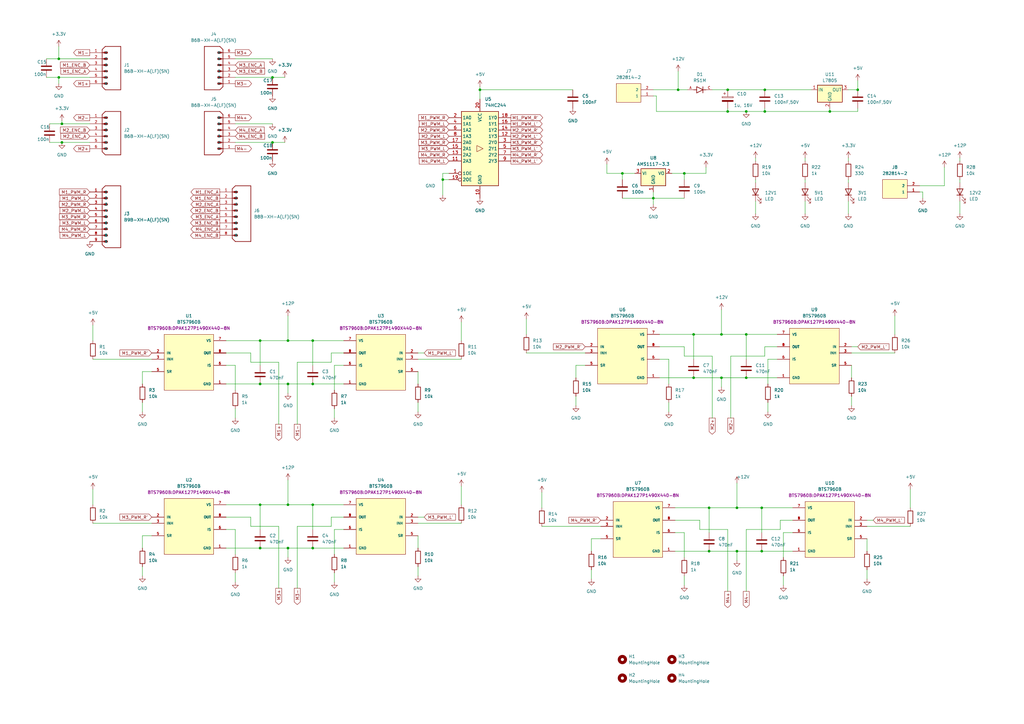
<source format=kicad_sch>
(kicad_sch (version 20230121) (generator eeschema)
  (paper "A3")
  (lib_symbols
    (symbol "282814-2:282814-2" (pin_names (offset 1.016))
      (property "Reference" "J" (at -5.08 5.842 0))
      (property "Value" "282814-2" (at -5.08 -5.08 0))
      (symbol "282814-2_0_0"
        (pin passive line (at -10.16 2.54 0) (length 5.08) (name "1") (number "1"))
        (pin passive line (at -10.16 0 0) (length 5.08) (name "2") (number "2"))
      )
    )
    (symbol "74xx:74HC244"
      (property "Reference" "U" (at -7.62 16.51 0))
      (property "Value" "74HC244" (at -7.62 -16.51 0))
      (symbol "74HC244_1_0"
        (pin input inverted (at -12.7 -10.16 0) (length 5.08) (name "1OE") (number "1"))
        (pin power_in line (at 0 -20.32 90) (length 5.08) (name "GND") (number "10"))
        (pin input line (at -12.7 -5.08 0) (length 5.08) (name "2A3") (number "11"))
        (pin tri_state line (at 12.7 5.08 180) (length 5.08) (name "1Y3") (number "12"))
        (pin input line (at -12.7 -2.54 0) (length 5.08) (name "2A2") (number "13"))
        (pin tri_state line (at 12.7 7.62 180) (length 5.08) (name "1Y2") (number "14"))
        (pin input line (at -12.7 0 0) (length 5.08) (name "2A1") (number "15"))
        (pin tri_state line (at 12.7 10.16 180) (length 5.08) (name "1Y1") (number "16"))
        (pin input line (at -12.7 2.54 0) (length 5.08) (name "2A0") (number "17"))
        (pin tri_state line (at 12.7 12.7 180) (length 5.08) (name "1Y0") (number "18"))
        (pin input inverted (at -12.7 -12.7 0) (length 5.08) (name "2OE") (number "19"))
        (pin input line (at -12.7 12.7 0) (length 5.08) (name "1A0") (number "2"))
        (pin power_in line (at 0 20.32 270) (length 5.08) (name "VCC") (number "20"))
        (pin tri_state line (at 12.7 2.54 180) (length 5.08) (name "2Y0") (number "3"))
        (pin input line (at -12.7 10.16 0) (length 5.08) (name "1A1") (number "4"))
        (pin tri_state line (at 12.7 0 180) (length 5.08) (name "2Y1") (number "5"))
        (pin input line (at -12.7 7.62 0) (length 5.08) (name "1A2") (number "6"))
        (pin tri_state line (at 12.7 -2.54 180) (length 5.08) (name "2Y2") (number "7"))
        (pin input line (at -12.7 5.08 0) (length 5.08) (name "1A3") (number "8"))
        (pin tri_state line (at 12.7 -5.08 180) (length 5.08) (name "2Y3") (number "9"))
      )
    )
    (symbol "B6B-XH-A_LF__SN_:B6B-XH-A(LF)(SN)" (pin_names (offset 1.016))
      (property "Reference" "J" (at 0 11.43 0))
      (property "Value" "B6B-XH-A(LF)(SN)" (at 0 -10.16 0))
      (symbol "B6B-XH-A(LF)(SN)_0_0"
        (pin passive line (at -5.08 7.62 0) (length 5.08) (name "1") (number "1"))
        (pin passive line (at -5.08 5.08 0) (length 5.08) (name "2") (number "2"))
        (pin passive line (at -5.08 2.54 0) (length 5.08) (name "3") (number "3"))
        (pin passive line (at -5.08 0 0) (length 5.08) (name "4") (number "4"))
        (pin passive line (at -5.08 -2.54 0) (length 5.08) (name "5") (number "5"))
        (pin passive line (at -5.08 -5.08 0) (length 5.08) (name "6") (number "6"))
      )
    )
    (symbol "B8B-XH-A_LF__SN_:B8B-XH-A(LF)(SN)" (pin_names (offset 1.016))
      (property "Reference" "J" (at 0 13.97 0))
      (property "Value" "B8B-XH-A(LF)(SN)" (at 0 -12.7 0))
      (symbol "B8B-XH-A(LF)(SN)_0_0"
        (pin passive line (at -5.08 10.16 0) (length 5.08) (name "1") (number "1"))
        (pin passive line (at -5.08 7.62 0) (length 5.08) (name "2") (number "2"))
        (pin passive line (at -5.08 5.08 0) (length 5.08) (name "3") (number "3"))
        (pin passive line (at -5.08 2.54 0) (length 5.08) (name "4") (number "4"))
        (pin passive line (at -5.08 0 0) (length 5.08) (name "5") (number "5"))
        (pin passive line (at -5.08 -2.54 0) (length 5.08) (name "6") (number "6"))
        (pin passive line (at -5.08 -5.08 0) (length 5.08) (name "7") (number "7"))
        (pin passive line (at -5.08 -7.62 0) (length 5.08) (name "8") (number "8"))
      )
    )
    (symbol "B9B-XH-A_LF__SN_:B9B-XH-A(LF)(SN)" (pin_names (offset 1.016))
      (property "Reference" "J" (at 0 13.97 0))
      (property "Value" "B9B-XH-A(LF)(SN)" (at 0 -15.24 0))
      (symbol "B9B-XH-A(LF)(SN)_0_0"
        (pin passive line (at -5.08 10.16 0) (length 5.08) (name "1") (number "1"))
        (pin passive line (at -5.08 7.62 0) (length 5.08) (name "2") (number "2"))
        (pin passive line (at -5.08 5.08 0) (length 5.08) (name "3") (number "3"))
        (pin passive line (at -5.08 2.54 0) (length 5.08) (name "4") (number "4"))
        (pin passive line (at -5.08 0 0) (length 5.08) (name "5") (number "5"))
        (pin passive line (at -5.08 -2.54 0) (length 5.08) (name "6") (number "6"))
        (pin passive line (at -5.08 -5.08 0) (length 5.08) (name "7") (number "7"))
        (pin passive line (at -5.08 -7.62 0) (length 5.08) (name "8") (number "8"))
        (pin passive line (at -5.08 -10.16 0) (length 5.08) (name "9") (number "9"))
      )
    )
    (symbol "BTS7960B:BTS7960B" (pin_names (offset 1.016))
      (property "Reference" "U" (at -10.16 10.922 0))
      (property "Value" "BTS7960B" (at -10.16 -15.24 0))
      (property "Footprint" "BTS7960B:DPAK127P1490X440-8N" (at 0 0 0))
      (symbol "BTS7960B_0_0"
        (pin power_in line (at 15.24 -10.16 180) (length 5.08) (name "GND") (number "1"))
        (pin input line (at -15.24 2.54 0) (length 5.08) (name "IN") (number "2"))
        (pin input line (at -15.24 0 0) (length 5.08) (name "INH") (number "3"))
        (pin output line (at 15.24 2.54 180) (length 5.08) (name "OUT") (number "4"))
        (pin input line (at -15.24 -5.08 0) (length 5.08) (name "SR") (number "5"))
        (pin output line (at 15.24 -2.54 180) (length 5.08) (name "IS") (number "6"))
        (pin power_in line (at 15.24 7.62 180) (length 5.08) (name "VS") (number "7"))
        (pin output line (at 15.24 2.54 180) (length 5.08) (name "OUT") (number "8"))
      )
    )
    (symbol "Device:C" (pin_numbers hide) (pin_names (offset 0.254))
      (property "Reference" "C" (at 0.635 2.54 0))
      (property "Value" "C" (at 0.635 -2.54 0))
      (symbol "C_1_1"
        (pin passive line (at 0 3.81 270) (length 2.794) (name "~") (number "1"))
        (pin passive line (at 0 -3.81 90) (length 2.794) (name "~") (number "2"))
      )
    )
    (symbol "Device:C_Polarized" (pin_numbers hide) (pin_names (offset 0.254))
      (property "Reference" "C" (at 0.635 2.54 0))
      (property "Value" "C_Polarized" (at 0.635 -2.54 0))
      (symbol "C_Polarized_1_1"
        (pin passive line (at 0 3.81 270) (length 2.794) (name "~") (number "1"))
        (pin passive line (at 0 -3.81 90) (length 2.794) (name "~") (number "2"))
      )
    )
    (symbol "Device:LED" (pin_numbers hide) (pin_names (offset 1.016) hide)
      (property "Reference" "D" (at 0 2.54 0))
      (property "Value" "LED" (at 0 -2.54 0))
      (symbol "LED_1_1"
        (pin passive line (at -3.81 0 0) (length 2.54) (name "K") (number "1"))
        (pin passive line (at 3.81 0 180) (length 2.54) (name "A") (number "2"))
      )
    )
    (symbol "Device:R" (pin_numbers hide) (pin_names (offset 0))
      (property "Reference" "R" (at 2.032 0 90))
      (property "Value" "R" (at 0 0 90))
      (symbol "R_1_1"
        (pin passive line (at 0 3.81 270) (length 1.27) (name "~") (number "1"))
        (pin passive line (at 0 -3.81 90) (length 1.27) (name "~") (number "2"))
      )
    )
    (symbol "Mechanical:MountingHole" (pin_names (offset 1.016))
      (property "Reference" "H" (at 0 5.08 0))
      (property "Value" "MountingHole" (at 0 3.175 0))
    )
    (symbol "RS1M:RS1M" (pin_names (offset 1.016))
      (property "Reference" "D" (at -5.08 2.54 0))
      (property "Value" "RS1M" (at -5.08 -3.81 0))
      (symbol "RS1M_0_0"
        (pin passive line (at -5.08 0 0) (length 2.54) (name "~") (number "A"))
        (pin passive line (at 5.08 0 180) (length 2.54) (name "~") (number "C"))
      )
    )
    (symbol "Regulator_Linear:AMS1117-3.3"
      (property "Reference" "U" (at -3.81 3.175 0))
      (property "Value" "AMS1117-3.3" (at 0 3.175 0))
      (symbol "AMS1117-3.3_1_1"
        (pin power_in line (at 0 -7.62 90) (length 2.54) (name "GND") (number "1"))
        (pin power_out line (at 7.62 0 180) (length 2.54) (name "VO") (number "2"))
        (pin power_in line (at -7.62 0 0) (length 2.54) (name "VI") (number "3"))
      )
    )
    (symbol "Regulator_Linear:L7805" (pin_names (offset 0.254))
      (property "Reference" "U" (at -3.81 3.175 0))
      (property "Value" "L7805" (at 0 3.175 0))
      (symbol "L7805_1_1"
        (pin power_in line (at -7.62 0 0) (length 2.54) (name "IN") (number "1"))
        (pin power_in line (at 0 -7.62 90) (length 2.54) (name "GND") (number "2"))
        (pin power_out line (at 7.62 0 180) (length 2.54) (name "OUT") (number "3"))
      )
    )
    (symbol "power:+12P" (power) (pin_names (offset 0))
      (property "Value" "+12P" (at 0 3.556 0))
      (symbol "+12P_1_1"
        (pin power_in line (at 0 0 90) (length 0) hide (name "+12P") (number "1"))
      )
    )
    (symbol "power:+12V" (power) (pin_names (offset 0))
      (property "Value" "+12V" (at 0 3.556 0))
      (symbol "+12V_1_1"
        (pin power_in line (at 0 0 90) (length 0) hide (name "+12V") (number "1"))
      )
    )
    (symbol "power:+3.3V" (power) (pin_names (offset 0))
      (property "Value" "+3.3V" (at 0 3.556 0))
      (symbol "+3.3V_1_1"
        (pin power_in line (at 0 0 90) (length 0) hide (name "+3.3V") (number "1"))
      )
    )
    (symbol "power:+5V" (power) (pin_names (offset 0))
      (property "Value" "+5V" (at 0 3.556 0))
      (symbol "+5V_1_1"
        (pin power_in line (at 0 0 90) (length 0) hide (name "+5V") (number "1"))
      )
    )
    (symbol "power:GND" (power) (pin_names (offset 0))
      (property "Value" "GND" (at 0 -3.81 0))
      (symbol "GND_1_1"
        (pin power_in line (at 0 0 270) (length 0) hide (name "GND") (number "1"))
      )
    )
  )
  (junction (at 24.13 24.13))
  (junction (at 284.48 137.16))
  (junction (at 298.45 45.72))
  (junction (at 128.27 157.48))
  (junction (at 118.11 207.01))
  (junction (at 255.27 71.12))
  (junction (at 298.45 36.83))
  (junction (at 106.68 139.7))
  (junction (at 118.11 157.48))
  (junction (at 181.61 73.66))
  (junction (at 111.76 31.75))
  (junction (at 302.26 208.28))
  (junction (at 128.27 224.79))
  (junction (at 118.11 139.7))
  (junction (at 290.83 226.06))
  (junction (at 25.4 50.8))
  (junction (at 111.76 58.42))
  (junction (at 312.42 226.06))
  (junction (at 340.36 45.72))
  (junction (at 24.13 31.75))
  (junction (at 302.26 226.06))
  (junction (at 306.07 154.94))
  (junction (at 295.91 154.94))
  (junction (at 312.42 208.28))
  (junction (at 313.69 45.72))
  (junction (at 306.07 137.16))
  (junction (at 106.68 207.01))
  (junction (at 306.07 45.72))
  (junction (at 118.11 224.79))
  (junction (at 351.79 36.83))
  (junction (at 196.85 36.83))
  (junction (at 280.67 71.12))
  (junction (at 284.48 154.94))
  (junction (at 313.69 36.83))
  (junction (at 128.27 139.7))
  (junction (at 278.13 36.83))
  (junction (at 295.91 137.16))
  (junction (at 106.68 157.48))
  (junction (at 290.83 208.28))
  (junction (at 128.27 207.01))
  (junction (at 25.4 58.42))
  (junction (at 106.68 224.79))
  (junction (at 267.97 81.28))
  (wire (pts (xy 92.71 224.79) (xy 106.68 224.79)))
  (wire (pts (xy 137.16 234.95) (xy 137.16 238.76)))
  (wire (pts (xy 349.25 144.78) (xy 367.03 144.78)))
  (wire (pts (xy 299.72 146.05) (xy 313.69 146.05)))
  (wire (pts (xy 222.25 215.9) (xy 246.38 215.9)))
  (wire (pts (xy 302.26 198.12) (xy 302.26 208.28)))
  (wire (pts (xy 128.27 224.79) (xy 140.97 224.79)))
  (wire (pts (xy 393.7 64.77) (xy 393.7 66.04)))
  (wire (pts (xy 355.6 215.9) (xy 373.38 215.9)))
  (wire (pts (xy 171.45 144.78) (xy 173.99 144.78)))
  (wire (pts (xy 128.27 139.7) (xy 140.97 139.7)))
  (wire (pts (xy 38.1 133.35) (xy 38.1 139.7)))
  (wire (pts (xy 96.52 149.86) (xy 92.71 149.86)))
  (wire (pts (xy 313.69 146.05) (xy 313.69 142.24)))
  (wire (pts (xy 140.97 149.86) (xy 137.16 149.86)))
  (wire (pts (xy 96.52 234.95) (xy 96.52 238.76)))
  (wire (pts (xy 321.31 236.22) (xy 321.31 240.03)))
  (wire (pts (xy 292.1 36.83) (xy 298.45 36.83)))
  (wire (pts (xy 118.11 157.48) (xy 118.11 161.29)))
  (wire (pts (xy 96.52 217.17) (xy 96.52 227.33)))
  (wire (pts (xy 189.23 132.08) (xy 189.23 139.7)))
  (wire (pts (xy 267.97 81.28) (xy 267.97 83.82)))
  (wire (pts (xy 20.32 50.8) (xy 25.4 50.8)))
  (wire (pts (xy 236.22 154.94) (xy 236.22 149.86)))
  (wire (pts (xy 306.07 137.16) (xy 306.07 147.32)))
  (wire (pts (xy 280.67 218.44) (xy 276.86 218.44)))
  (wire (pts (xy 312.42 226.06) (xy 325.12 226.06)))
  (wire (pts (xy 347.98 64.77) (xy 347.98 66.04)))
  (wire (pts (xy 313.69 44.45) (xy 313.69 45.72)))
  (wire (pts (xy 393.7 73.66) (xy 393.7 74.93)))
  (wire (pts (xy 111.76 31.75) (xy 96.52 31.75)))
  (wire (pts (xy 302.26 226.06) (xy 312.42 226.06)))
  (wire (pts (xy 313.69 36.83) (xy 332.74 36.83)))
  (wire (pts (xy 96.52 167.64) (xy 96.52 171.45)))
  (wire (pts (xy 270.51 154.94) (xy 284.48 154.94)))
  (wire (pts (xy 355.6 226.06) (xy 355.6 220.98)))
  (wire (pts (xy 106.68 207.01) (xy 106.68 217.17)))
  (wire (pts (xy 306.07 154.94) (xy 318.77 154.94)))
  (wire (pts (xy 128.27 207.01) (xy 140.97 207.01)))
  (wire (pts (xy 171.45 224.79) (xy 171.45 219.71)))
  (wire (pts (xy 330.2 82.55) (xy 330.2 87.63)))
  (wire (pts (xy 118.11 196.85) (xy 118.11 207.01)))
  (wire (pts (xy 121.92 241.3) (xy 121.92 215.9)))
  (wire (pts (xy 171.45 232.41) (xy 171.45 236.22)))
  (wire (pts (xy 378.46 78.74) (xy 378.46 81.28)))
  (wire (pts (xy 287.02 217.17) (xy 298.45 217.17)))
  (wire (pts (xy 309.88 73.66) (xy 309.88 74.93)))
  (wire (pts (xy 135.89 144.78) (xy 140.97 144.78)))
  (wire (pts (xy 135.89 148.59) (xy 135.89 144.78)))
  (wire (pts (xy 274.32 147.32) (xy 270.51 147.32)))
  (wire (pts (xy 25.4 50.8) (xy 36.83 50.8)))
  (wire (pts (xy 276.86 226.06) (xy 290.83 226.06)))
  (wire (pts (xy 114.3 241.3) (xy 114.3 215.9)))
  (wire (pts (xy 118.11 129.54) (xy 118.11 139.7)))
  (wire (pts (xy 276.86 208.28) (xy 290.83 208.28)))
  (wire (pts (xy 106.68 207.01) (xy 118.11 207.01)))
  (wire (pts (xy 102.87 215.9) (xy 114.3 215.9)))
  (wire (pts (xy 280.67 236.22) (xy 280.67 240.03)))
  (wire (pts (xy 280.67 71.12) (xy 280.67 73.66)))
  (wire (pts (xy 299.72 171.45) (xy 299.72 146.05)))
  (wire (pts (xy 128.27 157.48) (xy 140.97 157.48)))
  (wire (pts (xy 269.24 39.37) (xy 269.24 45.72)))
  (wire (pts (xy 19.05 31.75) (xy 24.13 31.75)))
  (wire (pts (xy 287.02 213.36) (xy 287.02 217.17)))
  (wire (pts (xy 137.16 167.64) (xy 137.16 171.45)))
  (wire (pts (xy 306.07 137.16) (xy 318.77 137.16)))
  (wire (pts (xy 349.25 142.24) (xy 351.79 142.24)))
  (wire (pts (xy 181.61 73.66) (xy 181.61 80.01)))
  (wire (pts (xy 121.92 173.99) (xy 121.92 148.59)))
  (wire (pts (xy 275.59 71.12) (xy 280.67 71.12)))
  (wire (pts (xy 118.11 157.48) (xy 128.27 157.48)))
  (wire (pts (xy 121.92 148.59) (xy 135.89 148.59)))
  (wire (pts (xy 24.13 19.05) (xy 24.13 24.13)))
  (wire (pts (xy 320.04 217.17) (xy 320.04 213.36)))
  (wire (pts (xy 289.56 71.12) (xy 280.67 71.12)))
  (wire (pts (xy 298.45 36.83) (xy 313.69 36.83)))
  (wire (pts (xy 196.85 35.56) (xy 196.85 36.83)))
  (wire (pts (xy 116.84 58.42) (xy 111.76 58.42)))
  (wire (pts (xy 118.11 207.01) (xy 128.27 207.01)))
  (wire (pts (xy 269.24 45.72) (xy 298.45 45.72)))
  (wire (pts (xy 106.68 139.7) (xy 118.11 139.7)))
  (wire (pts (xy 118.11 224.79) (xy 118.11 228.6)))
  (wire (pts (xy 295.91 137.16) (xy 306.07 137.16)))
  (wire (pts (xy 222.25 201.93) (xy 222.25 208.28)))
  (wire (pts (xy 24.13 31.75) (xy 36.83 31.75)))
  (wire (pts (xy 236.22 149.86) (xy 240.03 149.86)))
  (wire (pts (xy 295.91 127) (xy 295.91 137.16)))
  (wire (pts (xy 290.83 226.06) (xy 302.26 226.06)))
  (wire (pts (xy 314.96 165.1) (xy 314.96 168.91)))
  (wire (pts (xy 312.42 208.28) (xy 325.12 208.28)))
  (wire (pts (xy 278.13 29.21) (xy 278.13 36.83)))
  (wire (pts (xy 58.42 157.48) (xy 58.42 152.4)))
  (wire (pts (xy 196.85 36.83) (xy 234.95 36.83)))
  (wire (pts (xy 281.94 36.83) (xy 278.13 36.83)))
  (wire (pts (xy 298.45 242.57) (xy 298.45 217.17)))
  (wire (pts (xy 270.51 137.16) (xy 284.48 137.16)))
  (wire (pts (xy 330.2 64.77) (xy 330.2 66.04)))
  (wire (pts (xy 313.69 45.72) (xy 340.36 45.72)))
  (wire (pts (xy 280.67 218.44) (xy 280.67 228.6)))
  (wire (pts (xy 242.57 226.06) (xy 242.57 220.98)))
  (wire (pts (xy 106.68 224.79) (xy 118.11 224.79)))
  (wire (pts (xy 184.15 71.12) (xy 181.61 71.12)))
  (wire (pts (xy 92.71 144.78) (xy 102.87 144.78)))
  (wire (pts (xy 215.9 130.81) (xy 215.9 137.16)))
  (wire (pts (xy 284.48 137.16) (xy 295.91 137.16)))
  (wire (pts (xy 280.67 146.05) (xy 292.1 146.05)))
  (wire (pts (xy 114.3 173.99) (xy 114.3 148.59)))
  (wire (pts (xy 92.71 139.7) (xy 106.68 139.7)))
  (wire (pts (xy 306.07 242.57) (xy 306.07 217.17)))
  (wire (pts (xy 306.07 217.17) (xy 320.04 217.17)))
  (wire (pts (xy 284.48 137.16) (xy 284.48 147.32)))
  (wire (pts (xy 171.45 214.63) (xy 189.23 214.63)))
  (wire (pts (xy 58.42 224.79) (xy 58.42 219.71)))
  (wire (pts (xy 330.2 73.66) (xy 330.2 74.93)))
  (wire (pts (xy 171.45 165.1) (xy 171.45 168.91)))
  (wire (pts (xy 255.27 71.12) (xy 260.35 71.12)))
  (wire (pts (xy 128.27 207.01) (xy 128.27 217.17)))
  (wire (pts (xy 309.88 64.77) (xy 309.88 66.04)))
  (wire (pts (xy 181.61 71.12) (xy 181.61 73.66)))
  (wire (pts (xy 325.12 218.44) (xy 321.31 218.44)))
  (wire (pts (xy 248.92 71.12) (xy 255.27 71.12)))
  (wire (pts (xy 267.97 36.83) (xy 278.13 36.83)))
  (wire (pts (xy 393.7 82.55) (xy 393.7 87.63)))
  (wire (pts (xy 292.1 171.45) (xy 292.1 146.05)))
  (wire (pts (xy 106.68 157.48) (xy 118.11 157.48)))
  (wire (pts (xy 58.42 165.1) (xy 58.42 168.91)))
  (wire (pts (xy 284.48 154.94) (xy 295.91 154.94)))
  (wire (pts (xy 255.27 71.12) (xy 255.27 73.66)))
  (wire (pts (xy 367.03 129.54) (xy 367.03 137.16)))
  (wire (pts (xy 106.68 139.7) (xy 106.68 149.86)))
  (wire (pts (xy 351.79 33.02) (xy 351.79 36.83)))
  (wire (pts (xy 92.71 157.48) (xy 106.68 157.48)))
  (wire (pts (xy 121.92 215.9) (xy 135.89 215.9)))
  (wire (pts (xy 255.27 81.28) (xy 267.97 81.28)))
  (wire (pts (xy 377.19 78.74) (xy 378.46 78.74)))
  (wire (pts (xy 267.97 81.28) (xy 280.67 81.28)))
  (wire (pts (xy 295.91 154.94) (xy 295.91 158.75)))
  (wire (pts (xy 38.1 200.66) (xy 38.1 207.01)))
  (wire (pts (xy 289.56 68.58) (xy 289.56 71.12)))
  (wire (pts (xy 302.26 226.06) (xy 302.26 229.87)))
  (wire (pts (xy 351.79 44.45) (xy 351.79 45.72)))
  (wire (pts (xy 349.25 162.56) (xy 349.25 166.37)))
  (wire (pts (xy 96.52 217.17) (xy 92.71 217.17)))
  (wire (pts (xy 298.45 44.45) (xy 298.45 45.72)))
  (wire (pts (xy 320.04 213.36) (xy 325.12 213.36)))
  (wire (pts (xy 306.07 45.72) (xy 313.69 45.72)))
  (wire (pts (xy 171.45 147.32) (xy 189.23 147.32)))
  (wire (pts (xy 118.11 224.79) (xy 128.27 224.79)))
  (wire (pts (xy 276.86 213.36) (xy 287.02 213.36)))
  (wire (pts (xy 267.97 78.74) (xy 267.97 81.28)))
  (wire (pts (xy 19.05 24.13) (xy 24.13 24.13)))
  (wire (pts (xy 340.36 45.72) (xy 351.79 45.72)))
  (wire (pts (xy 312.42 208.28) (xy 312.42 218.44)))
  (wire (pts (xy 135.89 215.9) (xy 135.89 212.09)))
  (wire (pts (xy 128.27 139.7) (xy 128.27 149.86)))
  (wire (pts (xy 347.98 82.55) (xy 347.98 87.63)))
  (wire (pts (xy 274.32 165.1) (xy 274.32 168.91)))
  (wire (pts (xy 274.32 147.32) (xy 274.32 157.48)))
  (wire (pts (xy 102.87 212.09) (xy 102.87 215.9)))
  (wire (pts (xy 116.84 31.75) (xy 111.76 31.75)))
  (wire (pts (xy 298.45 45.72) (xy 306.07 45.72)))
  (wire (pts (xy 20.32 58.42) (xy 25.4 58.42)))
  (wire (pts (xy 215.9 144.78) (xy 240.03 144.78)))
  (wire (pts (xy 58.42 152.4) (xy 62.23 152.4)))
  (wire (pts (xy 38.1 147.32) (xy 62.23 147.32)))
  (wire (pts (xy 295.91 154.94) (xy 306.07 154.94)))
  (wire (pts (xy 349.25 154.94) (xy 349.25 149.86)))
  (wire (pts (xy 309.88 82.55) (xy 309.88 87.63)))
  (wire (pts (xy 137.16 149.86) (xy 137.16 160.02)))
  (wire (pts (xy 236.22 162.56) (xy 236.22 166.37)))
  (wire (pts (xy 171.45 212.09) (xy 173.99 212.09)))
  (wire (pts (xy 137.16 217.17) (xy 137.16 227.33)))
  (wire (pts (xy 290.83 208.28) (xy 302.26 208.28)))
  (wire (pts (xy 58.42 232.41) (xy 58.42 236.22)))
  (wire (pts (xy 242.57 233.68) (xy 242.57 237.49)))
  (wire (pts (xy 196.85 36.83) (xy 196.85 40.64)))
  (wire (pts (xy 267.97 39.37) (xy 269.24 39.37)))
  (wire (pts (xy 347.98 73.66) (xy 347.98 74.93)))
  (wire (pts (xy 171.45 157.48) (xy 171.45 152.4)))
  (wire (pts (xy 25.4 49.53) (xy 25.4 50.8)))
  (wire (pts (xy 118.11 139.7) (xy 128.27 139.7)))
  (wire (pts (xy 355.6 233.68) (xy 355.6 237.49)))
  (wire (pts (xy 347.98 36.83) (xy 351.79 36.83)))
  (wire (pts (xy 181.61 73.66) (xy 184.15 73.66)))
  (wire (pts (xy 242.57 220.98) (xy 246.38 220.98)))
  (wire (pts (xy 318.77 147.32) (xy 314.96 147.32)))
  (wire (pts (xy 387.35 68.58) (xy 387.35 76.2)))
  (wire (pts (xy 377.19 76.2) (xy 387.35 76.2)))
  (wire (pts (xy 340.36 45.72) (xy 340.36 44.45)))
  (wire (pts (xy 290.83 208.28) (xy 290.83 218.44)))
  (wire (pts (xy 280.67 142.24) (xy 280.67 146.05)))
  (wire (pts (xy 111.76 50.8) (xy 96.52 50.8)))
  (wire (pts (xy 248.92 67.31) (xy 248.92 71.12)))
  (wire (pts (xy 373.38 200.66) (xy 373.38 208.28)))
  (wire (pts (xy 135.89 212.09) (xy 140.97 212.09)))
  (wire (pts (xy 25.4 58.42) (xy 36.83 58.42)))
  (wire (pts (xy 24.13 24.13) (xy 36.83 24.13)))
  (wire (pts (xy 24.13 34.29) (xy 24.13 31.75)))
  (wire (pts (xy 92.71 207.01) (xy 106.68 207.01)))
  (wire (pts (xy 313.69 142.24) (xy 318.77 142.24)))
  (wire (pts (xy 189.23 199.39) (xy 189.23 207.01)))
  (wire (pts (xy 314.96 147.32) (xy 314.96 157.48)))
  (wire (pts (xy 92.71 212.09) (xy 102.87 212.09)))
  (wire (pts (xy 96.52 149.86) (xy 96.52 160.02)))
  (wire (pts (xy 58.42 219.71) (xy 62.23 219.71)))
  (wire (pts (xy 321.31 218.44) (xy 321.31 228.6)))
  (wire (pts (xy 355.6 213.36) (xy 358.14 213.36)))
  (wire (pts (xy 102.87 148.59) (xy 114.3 148.59)))
  (wire (pts (xy 102.87 144.78) (xy 102.87 148.59)))
  (wire (pts (xy 270.51 142.24) (xy 280.67 142.24)))
  (wire (pts (xy 111.76 58.42) (xy 96.52 58.42)))
  (wire (pts (xy 140.97 217.17) (xy 137.16 217.17)))
  (wire (pts (xy 111.76 24.13) (xy 96.52 24.13)))
  (wire (pts (xy 38.1 214.63) (xy 62.23 214.63)))
  (wire (pts (xy 302.26 208.28) (xy 312.42 208.28)))
  (global_label "M3_PWM_R'" (shape output) (at 209.55 58.42 0) (property "Intersheetrefs" "${INTERSHEET_REFS}" (effects hide)))
  (global_label "M4_PWM_L" (shape input) (at 184.15 66.04 180) (property "Intersheetrefs" "${INTERSHEET_REFS}" (effects hide)))
  (global_label "M3_ENC_A" (shape input) (at 96.52 26.67 0) (property "Intersheetrefs" "${INTERSHEET_REFS}" (effects hide)))
  (global_label "M2_PWM_R'" (shape output) (at 209.55 53.34 0) (property "Intersheetrefs" "${INTERSHEET_REFS}" (effects hide)))
  (global_label "M4-" (shape output) (at 96.52 60.96 0) (property "Intersheetrefs" "${INTERSHEET_REFS}" (effects hide)))
  (global_label "M3+" (shape output) (at 114.3 241.3 270) (property "Intersheetrefs" "${INTERSHEET_REFS}" (effects hide)))
  (global_label "M2_PWM_R" (shape input) (at 36.83 83.82 180) (property "Intersheetrefs" "${INTERSHEET_REFS}" (effects hide)))
  (global_label "M2_PWM_L" (shape input) (at 184.15 55.88 180) (property "Intersheetrefs" "${INTERSHEET_REFS}" (effects hide)))
  (global_label "M3+" (shape output) (at 96.52 21.59 0) (property "Intersheetrefs" "${INTERSHEET_REFS}" (effects hide)))
  (global_label "M2_PWM_L" (shape input) (at 36.83 86.36 180) (property "Intersheetrefs" "${INTERSHEET_REFS}" (effects hide)))
  (global_label "M2_PWM_R'" (shape input) (at 240.03 142.24 180) (property "Intersheetrefs" "${INTERSHEET_REFS}" (effects hide)))
  (global_label "M3_ENC_B" (shape input) (at 96.52 29.21 0) (property "Intersheetrefs" "${INTERSHEET_REFS}" (effects hide)))
  (global_label "M3_PWM_L" (shape input) (at 36.83 91.44 180) (property "Intersheetrefs" "${INTERSHEET_REFS}" (effects hide)))
  (global_label "M1_PWM_L'" (shape input) (at 173.99 144.78 0) (property "Intersheetrefs" "${INTERSHEET_REFS}" (effects hide)))
  (global_label "M1-" (shape output) (at 36.83 21.59 180) (property "Intersheetrefs" "${INTERSHEET_REFS}" (effects hide)))
  (global_label "M1+" (shape output) (at 114.3 173.99 270) (property "Intersheetrefs" "${INTERSHEET_REFS}" (effects hide)))
  (global_label "M1_PWM_L'" (shape output) (at 209.55 50.8 0) (property "Intersheetrefs" "${INTERSHEET_REFS}" (effects hide)))
  (global_label "M4_ENC_A" (shape input) (at 96.52 53.34 0) (property "Intersheetrefs" "${INTERSHEET_REFS}" (effects hide)))
  (global_label "M2_PWM_R" (shape input) (at 184.15 53.34 180) (property "Intersheetrefs" "${INTERSHEET_REFS}" (effects hide)))
  (global_label "M2_ENC_B" (shape output) (at 90.17 86.36 180) (property "Intersheetrefs" "${INTERSHEET_REFS}" (effects hide)))
  (global_label "M2-" (shape output) (at 299.72 171.45 270) (property "Intersheetrefs" "${INTERSHEET_REFS}" (effects hide)))
  (global_label "M1-" (shape output) (at 121.92 173.99 270) (property "Intersheetrefs" "${INTERSHEET_REFS}" (effects hide)))
  (global_label "M3_PWM_L'" (shape input) (at 173.99 212.09 0) (property "Intersheetrefs" "${INTERSHEET_REFS}" (effects hide)))
  (global_label "M2_PWM_L'" (shape input) (at 351.79 142.24 0) (property "Intersheetrefs" "${INTERSHEET_REFS}" (effects hide)))
  (global_label "M4_PWM_L'" (shape input) (at 358.14 213.36 0) (property "Intersheetrefs" "${INTERSHEET_REFS}" (effects hide)))
  (global_label "M1+" (shape output) (at 36.83 34.29 180) (property "Intersheetrefs" "${INTERSHEET_REFS}" (effects hide)))
  (global_label "M4_PWM_L" (shape input) (at 36.83 96.52 180) (property "Intersheetrefs" "${INTERSHEET_REFS}" (effects hide)))
  (global_label "M4_ENC_A" (shape output) (at 90.17 93.98 180) (property "Intersheetrefs" "${INTERSHEET_REFS}" (effects hide)))
  (global_label "M1_ENC_B" (shape input) (at 36.83 26.67 180) (property "Intersheetrefs" "${INTERSHEET_REFS}" (effects hide)))
  (global_label "M4_PWM_L'" (shape output) (at 209.55 66.04 0) (property "Intersheetrefs" "${INTERSHEET_REFS}" (effects hide)))
  (global_label "M3-" (shape output) (at 96.52 34.29 0) (property "Intersheetrefs" "${INTERSHEET_REFS}" (effects hide)))
  (global_label "M2-" (shape output) (at 36.83 48.26 180) (property "Intersheetrefs" "${INTERSHEET_REFS}" (effects hide)))
  (global_label "M4_ENC_B" (shape output) (at 90.17 96.52 180) (property "Intersheetrefs" "${INTERSHEET_REFS}" (effects hide)))
  (global_label "M3_PWM_R" (shape input) (at 184.15 58.42 180) (property "Intersheetrefs" "${INTERSHEET_REFS}" (effects hide)))
  (global_label "M2_ENC_B" (shape input) (at 36.83 53.34 180) (property "Intersheetrefs" "${INTERSHEET_REFS}" (effects hide)))
  (global_label "M4_ENC_B" (shape input) (at 96.52 55.88 0) (property "Intersheetrefs" "${INTERSHEET_REFS}" (effects hide)))
  (global_label "M2_PWM_L'" (shape output) (at 209.55 55.88 0) (property "Intersheetrefs" "${INTERSHEET_REFS}" (effects hide)))
  (global_label "M3_ENC_A" (shape output) (at 90.17 88.9 180) (property "Intersheetrefs" "${INTERSHEET_REFS}" (effects hide)))
  (global_label "M3-" (shape output) (at 121.92 241.3 270) (property "Intersheetrefs" "${INTERSHEET_REFS}" (effects hide)))
  (global_label "M2+" (shape output) (at 36.83 60.96 180) (property "Intersheetrefs" "${INTERSHEET_REFS}" (effects hide)))
  (global_label "M4_PWM_R" (shape input) (at 36.83 93.98 180) (property "Intersheetrefs" "${INTERSHEET_REFS}" (effects hide)))
  (global_label "M3_PWM_R" (shape input) (at 36.83 88.9 180) (property "Intersheetrefs" "${INTERSHEET_REFS}" (effects hide)))
  (global_label "M1_ENC_A" (shape output) (at 90.17 78.74 180) (property "Intersheetrefs" "${INTERSHEET_REFS}" (effects hide)))
  (global_label "M4+" (shape output) (at 96.52 48.26 0) (property "Intersheetrefs" "${INTERSHEET_REFS}" (effects hide)))
  (global_label "M3_ENC_B" (shape output) (at 90.17 91.44 180) (property "Intersheetrefs" "${INTERSHEET_REFS}" (effects hide)))
  (global_label "M1_PWM_R'" (shape output) (at 209.55 48.26 0) (property "Intersheetrefs" "${INTERSHEET_REFS}" (effects hide)))
  (global_label "M1_PWM_R" (shape input) (at 36.83 78.74 180) (property "Intersheetrefs" "${INTERSHEET_REFS}" (effects hide)))
  (global_label "M4-" (shape output) (at 306.07 242.57 270) (property "Intersheetrefs" "${INTERSHEET_REFS}" (effects hide)))
  (global_label "M1_PWM_R'" (shape input) (at 62.23 144.78 180) (property "Intersheetrefs" "${INTERSHEET_REFS}" (effects hide)))
  (global_label "M4_PWM_R" (shape input) (at 184.15 63.5 180) (property "Intersheetrefs" "${INTERSHEET_REFS}" (effects hide)))
  (global_label "M2_ENC_A" (shape output) (at 90.17 83.82 180) (property "Intersheetrefs" "${INTERSHEET_REFS}" (effects hide)))
  (global_label "M1_PWM_R" (shape input) (at 184.15 48.26 180) (property "Intersheetrefs" "${INTERSHEET_REFS}" (effects hide)))
  (global_label "M2+" (shape output) (at 292.1 171.45 270) (property "Intersheetrefs" "${INTERSHEET_REFS}" (effects hide)))
  (global_label "M1_PWM_L" (shape input) (at 184.15 50.8 180) (property "Intersheetrefs" "${INTERSHEET_REFS}" (effects hide)))
  (global_label "M4_PWM_R'" (shape input) (at 246.38 213.36 180) (property "Intersheetrefs" "${INTERSHEET_REFS}" (effects hide)))
  (global_label "M2_ENC_A" (shape input) (at 36.83 55.88 180) (property "Intersheetrefs" "${INTERSHEET_REFS}" (effects hide)))
  (global_label "M3_PWM_L" (shape input) (at 184.15 60.96 180) (property "Intersheetrefs" "${INTERSHEET_REFS}" (effects hide)))
  (global_label "M1_PWM_L" (shape input) (at 36.83 81.28 180) (property "Intersheetrefs" "${INTERSHEET_REFS}" (effects hide)))
  (global_label "M1_ENC_B" (shape output) (at 90.17 81.28 180) (property "Intersheetrefs" "${INTERSHEET_REFS}" (effects hide)))
  (global_label "M3_PWM_R'" (shape input) (at 62.23 212.09 180) (property "Intersheetrefs" "${INTERSHEET_REFS}" (effects hide)))
  (global_label "M3_PWM_L'" (shape output) (at 209.55 60.96 0) (property "Intersheetrefs" "${INTERSHEET_REFS}" (effects hide)))
  (global_label "M1_ENC_A" (shape input) (at 36.83 29.21 180) (property "Intersheetrefs" "${INTERSHEET_REFS}" (effects hide)))
  (global_label "M4_PWM_R'" (shape output) (at 209.55 63.5 0) (property "Intersheetrefs" "${INTERSHEET_REFS}" (effects hide)))
  (global_label "M4+" (shape output) (at 298.45 242.57 270) (property "Intersheetrefs" "${INTERSHEET_REFS}" (effects hide)))
  (symbol (lib_id "power:+5V") (at 196.85 35.56 0) (unit 1)
    (property "Reference" "#PWR011" (effects hide))
    (property "Value" "+5V" (at 196.85 30.48 0))
  )
  (symbol (lib_id "power:+12V") (at 309.88 64.77 0) (unit 1)
    (property "Reference" "#PWR06" (effects hide))
    (property "Value" "+12V" (at 309.88 59.69 0))
  )
  (symbol (lib_id "power:+12P") (at 387.35 68.58 0) (unit 1)
    (property "Reference" "#PWR060" (effects hide))
    (property "Value" "+12P" (at 387.35 63.5 0))
  )
  (symbol (lib_id "power:GND") (at 330.2 87.63 0) (unit 1)
    (property "Reference" "#PWR05" (effects hide))
    (property "Value" "GND" (at 330.2 92.71 0))
  )
  (symbol (lib_id "power:GND") (at 267.97 83.82 0) (unit 1)
    (property "Reference" "#PWR048" (effects hide))
    (property "Value" "GND" (at 267.97 88.9 0))
  )
  (symbol (lib_id "power:+5V") (at 367.03 129.54 0) (unit 1)
    (property "Reference" "#PWR028" (effects hide))
    (property "Value" "+5V" (at 367.03 124.46 0))
  )
  (symbol (lib_id "power:+12V") (at 302.26 198.12 0) (unit 1)
    (property "Reference" "#PWR040" (effects hide))
    (property "Value" "+12V" (at 304.8 195.58 0))
  )
  (symbol (lib_id "Device:C") (at 111.76 35.56 180) (unit 1)
    (property "Reference" "C17" (at 107.95 33.02 0) (effects (justify right)))
    (property "Value" "100n" (at 106.68 38.1 0) (effects (justify right)))
    (property "Footprint" "Capacitor_SMD:C_0603_1608Metric_Pad1.08x0.95mm_HandSolder" (effects hide))
  )
  (symbol (lib_id "Device:LED") (at 393.7 78.74 90) (unit 1)
    (property "Reference" "12V2" (at 397.51 79.0575 90) (effects (justify right)))
    (property "Value" "LED" (at 397.51 81.5975 90) (effects (justify right)))
    (property "Footprint" "LED_SMD:LED_0603_1608Metric_Pad1.05x0.95mm_HandSolder" (effects hide))
  )
  (symbol (lib_id "power:+12P") (at 118.11 129.54 0) (unit 1)
    (property "Reference" "#PWR016" (effects hide))
    (property "Value" "+12P" (at 118.11 124.46 0))
  )
  (symbol (lib_id "power:GND") (at 378.46 81.28 0) (unit 1)
    (property "Reference" "#PWR059" (effects hide))
    (property "Value" "GND" (at 378.46 86.36 0))
  )
  (symbol (lib_id "BTS7960B:BTS7960B") (at 334.01 144.78 0) (mirror y) (unit 1)
    (property "Reference" "U9" (at 334.01 127 0))
    (property "Value" "BTS7960B" (at 334.01 129.54 0))
    (property "Footprint" "BTS7960B:DPAK127P1490X440-8N" (at 334.01 132.08 0))
    (property "PARTREV" "1.1" (effects hide))
    (property "MANUFACTURER" "Infineon" (effects hide))
    (property "MAXIMUM_PACKAGE_HEIGHT" "4.4mm" (effects hide))
    (property "STANDARD" "IPC-7351B" (effects hide))
  )
  (symbol (lib_id "power:+5V") (at 189.23 199.39 0) (unit 1)
    (property "Reference" "#PWR036" (effects hide))
    (property "Value" "+5V" (at 189.23 194.31 0))
  )
  (symbol (lib_id "Device:C") (at 128.27 220.98 0) (unit 1)
    (property "Reference" "C4" (at 132.08 219.71 0) (effects (justify left)))
    (property "Value" "470nF" (at 132.08 222.25 0) (effects (justify left)))
    (property "Footprint" "Capacitor_SMD:C_0805_2012Metric_Pad1.18x1.45mm_HandSolder" (effects hide))
  )
  (symbol (lib_id "power:+3.3V") (at 289.56 68.58 0) (unit 1)
    (property "Reference" "#PWR049" (effects hide))
    (property "Value" "+3.3V" (at 289.56 63.5 0))
  )
  (symbol (lib_id "Device:R") (at 347.98 69.85 0) (unit 1)
    (property "Reference" "R24" (at 350.52 68.58 0) (effects (justify left)))
    (property "Value" "330" (at 350.52 71.12 0) (effects (justify left)))
    (property "Footprint" "Resistor_SMD:R_0603_1608Metric_Pad0.98x0.95mm_HandSolder" (effects hide))
  )
  (symbol (lib_id "power:GND") (at 111.76 66.04 0) (unit 1)
    (property "Reference" "#PWR063" (effects hide))
    (property "Value" "GND" (at 111.76 71.12 0))
  )
  (symbol (lib_id "power:+3.3V") (at 116.84 31.75 0) (unit 1)
    (property "Reference" "#PWR054" (effects hide))
    (property "Value" "+3.3V" (at 116.84 26.67 0))
  )
  (symbol (lib_id "Device:C") (at 106.68 153.67 180) (unit 1)
    (property "Reference" "C1" (at 110.49 152.4 0) (effects (justify right)))
    (property "Value" "470nF" (at 110.49 154.94 0) (effects (justify right)))
    (property "Footprint" "Capacitor_SMD:C_0805_2012Metric_Pad1.18x1.45mm_HandSolder" (effects hide))
  )
  (symbol (lib_id "Device:R") (at 373.38 212.09 0) (unit 1)
    (property "Reference" "R27" (at 375.92 210.82 0) (effects (justify left)))
    (property "Value" "10k" (at 375.92 213.36 0) (effects (justify left)))
    (property "Footprint" "Resistor_SMD:R_0603_1608Metric_Pad0.98x0.95mm_HandSolder" (effects hide))
  )
  (symbol (lib_id "power:GND") (at 111.76 24.13 0) (unit 1)
    (property "Reference" "#PWR055" (effects hide))
    (property "Value" "GND" (at 111.76 29.21 0))
  )
  (symbol (lib_id "Device:R") (at 189.23 210.82 0) (unit 1)
    (property "Reference" "R12" (at 191.77 209.55 0) (effects (justify left)))
    (property "Value" "10k" (at 191.77 212.09 0) (effects (justify left)))
    (property "Footprint" "Resistor_SMD:R_0603_1608Metric_Pad0.98x0.95mm_HandSolder" (effects hide))
  )
  (symbol (lib_id "74xx:74HC244") (at 196.85 60.96 0) (unit 1)
    (property "Reference" "U5" (at 198.8059 40.64 0) (effects (justify left)))
    (property "Value" "74HC244" (at 198.8059 43.18 0) (effects (justify left)))
    (property "Footprint" "74HC244:SOIC127P1032X265-20N" (effects hide))
    (property "Datasheet" "https://assets.nexperia.com/documents/data-sheet/74HC_HCT244.pdf" (effects hide))
  )
  (symbol (lib_id "B8B-XH-A_LF__SN_:B8B-XH-A(LF)(SN)") (at 95.25 88.9 0) (unit 1)
    (property "Reference" "J6" (at 104.14 86.36 0) (effects (justify left)))
    (property "Value" "B8B-XH-A(LF)(SN)" (at 104.14 88.9 0) (effects (justify left)))
    (property "Footprint" "B8B-XH-A_LF__SN_:JST_B8B-XH-A(LF)(SN)" (effects hide))
    (property "MF" "JST Sales America Inc." (effects hide))
    (property "MAXIMUM_PACKAGE_HEIGHT" "7 mm" (effects hide))
    (property "Package" "None" (effects hide))
    (property "Price" "None" (effects hide))
    (property "Check_prices" "https://www.snapeda.com/parts/B8B-XH-A(LF)(SN)/JST+Sales+America+Inc./view-part/?ref=eda" (effects hide))
    (property "STANDARD" "Manufacturer Recommendations" (effects hide))
    (property "PARTREV" "N/A" (effects hide))
    (property "SnapEDA_Link" "https://www.snapeda.com/parts/B8B-XH-A(LF)(SN)/JST+Sales+America+Inc./view-part/?ref=snap" (effects hide))
    (property "MP" "B8B-XH-A(LF)(SN)" (effects hide))
    (property "Description" "\nConnector Header Through Hole 8 position 0.098 (2.50mm)\n" (effects hide))
    (property "MANUFACTURER" "JST Sales America Inc." (effects hide))
    (property "Availability" "In Stock" (effects hide))
    (property "SNAPEDA_PN" "B8B-XH-A(LF)(SN)" (effects hide))
  )
  (symbol (lib_id "power:+3.3V") (at 116.84 58.42 0) (unit 1)
    (property "Reference" "#PWR057" (effects hide))
    (property "Value" "+3.3V" (at 116.84 53.34 0))
  )
  (symbol (lib_id "Device:LED") (at 330.2 78.74 90) (unit 1)
    (property "Reference" "5V1" (at 334.01 79.0575 90) (effects (justify right)))
    (property "Value" "LED" (at 334.01 81.5975 90) (effects (justify right)))
    (property "Footprint" "LED_SMD:LED_0603_1608Metric_Pad1.05x0.95mm_HandSolder" (effects hide))
  )
  (symbol (lib_id "BTS7960B:BTS7960B") (at 77.47 147.32 0) (unit 1)
    (property "Reference" "U1" (at 77.47 129.54 0))
    (property "Value" "BTS7960B" (at 77.47 132.08 0))
    (property "Footprint" "BTS7960B:DPAK127P1490X440-8N" (at 77.47 134.62 0))
    (property "PARTREV" "1.1" (effects hide))
    (property "MANUFACTURER" "Infineon" (effects hide))
    (property "MAXIMUM_PACKAGE_HEIGHT" "4.4mm" (effects hide))
    (property "STANDARD" "IPC-7351B" (effects hide))
  )
  (symbol (lib_id "power:GND") (at 295.91 158.75 0) (unit 1)
    (property "Reference" "#PWR025" (effects hide))
    (property "Value" "GND" (at 295.91 163.83 0))
  )
  (symbol (lib_id "power:GND") (at 171.45 236.22 0) (unit 1)
    (property "Reference" "#PWR035" (effects hide))
    (property "Value" "GND" (at 171.45 241.3 0))
  )
  (symbol (lib_id "Device:C") (at 280.67 77.47 180) (unit 1)
    (property "Reference" "C9" (at 284.48 76.2 0) (effects (justify right)))
    (property "Value" "100n" (at 284.48 78.74 0) (effects (justify right)))
    (property "Footprint" "Capacitor_SMD:C_0603_1608Metric_Pad1.08x0.95mm_HandSolder" (effects hide))
  )
  (symbol (lib_id "Device:R") (at 355.6 229.87 0) (unit 1)
    (property "Reference" "R25" (at 358.14 228.6 0) (effects (justify left)))
    (property "Value" "10k" (at 358.14 231.14 0) (effects (justify left)))
    (property "Footprint" "Resistor_SMD:R_0603_1608Metric_Pad0.98x0.95mm_HandSolder" (effects hide))
  )
  (symbol (lib_id "Device:R") (at 321.31 232.41 0) (unit 1)
    (property "Reference" "R21" (at 323.85 231.14 0) (effects (justify left)))
    (property "Value" "1k" (at 323.85 233.68 0) (effects (justify left)))
    (property "Footprint" "Resistor_SMD:R_0603_1608Metric_Pad0.98x0.95mm_HandSolder" (effects hide))
  )
  (symbol (lib_id "Device:C") (at 20.32 54.61 180) (unit 1)
    (property "Reference" "C16" (at 16.51 52.07 0) (effects (justify right)))
    (property "Value" "100n" (at 15.24 57.15 0) (effects (justify right)))
    (property "Footprint" "Capacitor_SMD:C_0603_1608Metric_Pad1.08x0.95mm_HandSolder" (effects hide))
  )
  (symbol (lib_id "Device:R") (at 393.7 69.85 0) (unit 1)
    (property "Reference" "R28" (at 396.24 68.58 0) (effects (justify left)))
    (property "Value" "10k" (at 396.24 71.12 0) (effects (justify left)))
    (property "Footprint" "Resistor_SMD:R_0603_1608Metric_Pad0.98x0.95mm_HandSolder" (effects hide))
  )
  (symbol (lib_id "B9B-XH-A_LF__SN_:B9B-XH-A(LF)(SN)") (at 41.91 88.9 0) (unit 1)
    (property "Reference" "J3" (at 50.8 87.63 0) (effects (justify left)))
    (property "Value" "B9B-XH-A(LF)(SN)" (at 50.8 90.17 0) (effects (justify left)))
    (property "Footprint" "B9B-XH-A_LF__SN_:JST_B9B-XH-A(LF)(SN)" (effects hide))
    (property "MF" "JST" (effects hide))
    (property "MAXIMUM_PACKAGE_HEIGHT" "7 mm" (effects hide))
    (property "Package" "None" (effects hide))
    (property "Price" "None" (effects hide))
    (property "Check_prices" "https://www.snapeda.com/parts/B9B-XH-A%20(LF)(SN)/JST/view-part/?ref=eda" (effects hide))
    (property "STANDARD" "Manufacturer Recommendations" (effects hide))
    (property "PARTREV" "N/A" (effects hide))
    (property "SnapEDA_Link" "https://www.snapeda.com/parts/B9B-XH-A%20(LF)(SN)/JST/view-part/?ref=snap" (effects hide))
    (property "MP" "B9B-XH-A (LF)(SN)" (effects hide))
    (property "Description" "\nConnector Header Through Hole 9 position 0.098 (2.50mm)\n" (effects hide))
    (property "MANUFACTURER" "JST Sales America Inc." (effects hide))
    (property "Availability" "In Stock" (effects hide))
    (property "SNAPEDA_PN" "B9B-XH-A(LF)(SN)" (effects hide))
  )
  (symbol (lib_id "BTS7960B:BTS7960B") (at 340.36 215.9 0) (mirror y) (unit 1)
    (property "Reference" "U10" (at 340.36 198.12 0))
    (property "Value" "BTS7960B" (at 340.36 200.66 0))
    (property "Footprint" "BTS7960B:DPAK127P1490X440-8N" (at 340.36 203.2 0))
    (property "PARTREV" "1.1" (effects hide))
    (property "MANUFACTURER" "Infineon" (effects hide))
    (property "MAXIMUM_PACKAGE_HEIGHT" "4.4mm" (effects hide))
    (property "STANDARD" "IPC-7351B" (effects hide))
  )
  (symbol (lib_id "Device:R") (at 222.25 212.09 0) (unit 1)
    (property "Reference" "R14" (at 224.79 210.82 0) (effects (justify left)))
    (property "Value" "10k" (at 224.79 213.36 0) (effects (justify left)))
    (property "Footprint" "Resistor_SMD:R_0603_1608Metric_Pad0.98x0.95mm_HandSolder" (effects hide))
  )
  (symbol (lib_id "B6B-XH-A_LF__SN_:B6B-XH-A(LF)(SN)") (at 41.91 29.21 0) (unit 1)
    (property "Reference" "J1" (at 50.8 26.67 0) (effects (justify left)))
    (property "Value" "B6B-XH-A(LF)(SN)" (at 50.8 29.21 0) (effects (justify left)))
    (property "Footprint" "B6B-XH-A_LF__SN_:JST_B6B-XH-A(LF)(SN)" (effects hide))
    (property "MF" "JST Sales" (effects hide))
    (property "MAXIMUM_PACKAGE_HEIGHT" "7 mm" (effects hide))
    (property "Package" "None" (effects hide))
    (property "Price" "None" (effects hide))
    (property "Check_prices" "https://www.snapeda.com/parts/B6B-XH-A(LF)(SN)/JST+Sales+America+Inc./view-part/?ref=eda" (effects hide))
    (property "STANDARD" "Manufacturer Recommendations" (effects hide))
    (property "PARTREV" "N/A" (effects hide))
    (property "SnapEDA_Link" "https://www.snapeda.com/parts/B6B-XH-A(LF)(SN)/JST+Sales+America+Inc./view-part/?ref=snap" (effects hide))
    (property "MP" "B6B-XH-A(LF)(SN)" (effects hide))
    (property "Description" "\nConnector Header Through Hole 6 position 0.098 (2.50mm)\n" (effects hide))
    (property "MANUFACTURER" "JST Sales America Inc." (effects hide))
    (property "Availability" "In Stock" (effects hide))
    (property "SNAPEDA_PN" "B6B-XH-A(LF)(SN)" (effects hide))
  )
  (symbol (lib_id "power:GND") (at 24.13 34.29 0) (unit 1)
    (property "Reference" "#PWR046" (effects hide))
    (property "Value" "GND" (at 24.13 39.37 0))
  )
  (symbol (lib_id "Device:R") (at 349.25 158.75 0) (unit 1)
    (property "Reference" "R23" (at 351.79 157.48 0) (effects (justify left)))
    (property "Value" "10k" (at 351.79 160.02 0) (effects (justify left)))
    (property "Footprint" "Resistor_SMD:R_0603_1608Metric_Pad0.98x0.95mm_HandSolder" (effects hide))
  )
  (symbol (lib_id "Mechanical:MountingHole") (at 275.59 278.13 0) (unit 1)
    (property "Reference" "H4" (at 278.13 276.86 0) (effects (justify left)))
    (property "Value" "MountingHole" (at 278.13 279.4 0) (effects (justify left)))
    (property "Footprint" "MountingHole:MountingHole_3.2mm_M3_Pad" (effects hide))
  )
  (symbol (lib_id "Device:R") (at 367.03 140.97 0) (unit 1)
    (property "Reference" "R26" (at 369.57 139.7 0) (effects (justify left)))
    (property "Value" "10k" (at 369.57 142.24 0) (effects (justify left)))
    (property "Footprint" "Resistor_SMD:R_0603_1608Metric_Pad0.98x0.95mm_HandSolder" (effects hide))
  )
  (symbol (lib_id "power:GND") (at 347.98 87.63 0) (unit 1)
    (property "Reference" "#PWR051" (effects hide))
    (property "Value" "GND" (at 347.98 92.71 0))
  )
  (symbol (lib_id "Device:R") (at 314.96 161.29 0) (unit 1)
    (property "Reference" "R20" (at 317.5 160.02 0) (effects (justify left)))
    (property "Value" "1k" (at 317.5 162.56 0) (effects (justify left)))
    (property "Footprint" "Resistor_SMD:R_0603_1608Metric_Pad0.98x0.95mm_HandSolder" (effects hide))
  )
  (symbol (lib_id "Mechanical:MountingHole") (at 275.59 270.51 0) (unit 1)
    (property "Reference" "H3" (at 278.13 269.24 0) (effects (justify left)))
    (property "Value" "MountingHole" (at 278.13 271.78 0) (effects (justify left)))
    (property "Footprint" "MountingHole:MountingHole_3.2mm_M3_Pad" (effects hide))
  )
  (symbol (lib_id "power:GND") (at 137.16 238.76 0) (unit 1)
    (property "Reference" "#PWR034" (effects hide))
    (property "Value" "GND" (at 137.16 243.84 0))
  )
  (symbol (lib_id "power:+12P") (at 393.7 64.77 0) (unit 1)
    (property "Reference" "#PWR058" (effects hide))
    (property "Value" "+12P" (at 393.7 59.69 0))
  )
  (symbol (lib_id "Device:R") (at 38.1 143.51 0) (unit 1)
    (property "Reference" "R1" (at 40.64 142.24 0) (effects (justify left)))
    (property "Value" "10k" (at 40.64 144.78 0) (effects (justify left)))
    (property "Footprint" "Resistor_SMD:R_0603_1608Metric_Pad0.98x0.95mm_HandSolder" (effects hide))
  )
  (symbol (lib_id "Device:C") (at 284.48 151.13 180) (unit 1)
    (property "Reference" "C7" (at 288.29 149.86 0) (effects (justify right)))
    (property "Value" "470nF" (at 288.29 152.4 0) (effects (justify right)))
    (property "Footprint" "Capacitor_SMD:C_0805_2012Metric_Pad1.18x1.45mm_HandSolder" (effects hide))
  )
  (symbol (lib_id "Device:C_Polarized") (at 298.45 40.64 0) (unit 1)
    (property "Reference" "C10" (at 302.26 38.481 0) (effects (justify left)))
    (property "Value" "1u, 16V" (at 300.99 43.18 0) (effects (justify left)))
    (property "Footprint" "Capacitor_Tantalum_SMD:CP_EIA-3216-18_Kemet-A_Pad1.58x1.35mm_HandSolder" (effects hide))
  )
  (symbol (lib_id "power:+5V") (at 248.92 67.31 0) (unit 1)
    (property "Reference" "#PWR047" (effects hide))
    (property "Value" "+5V" (at 248.92 62.23 0))
  )
  (symbol (lib_id "power:GND") (at 349.25 166.37 0) (unit 1)
    (property "Reference" "#PWR027" (effects hide))
    (property "Value" "GND" (at 349.25 171.45 0))
  )
  (symbol (lib_id "power:+12V") (at 295.91 127 0) (unit 1)
    (property "Reference" "#PWR024" (effects hide))
    (property "Value" "+12V" (at 295.91 121.92 0))
  )
  (symbol (lib_id "B6B-XH-A_LF__SN_:B6B-XH-A(LF)(SN)") (at 41.91 55.88 0) (unit 1)
    (property "Reference" "J2" (at 50.8 53.34 0) (effects (justify left)))
    (property "Value" "B6B-XH-A(LF)(SN)" (at 50.8 55.88 0) (effects (justify left)))
    (property "Footprint" "B6B-XH-A_LF__SN_:JST_B6B-XH-A(LF)(SN)" (effects hide))
    (property "MF" "JST Sales" (effects hide))
    (property "MAXIMUM_PACKAGE_HEIGHT" "7 mm" (effects hide))
    (property "Package" "None" (effects hide))
    (property "Price" "None" (effects hide))
    (property "Check_prices" "https://www.snapeda.com/parts/B6B-XH-A(LF)(SN)/JST+Sales+America+Inc./view-part/?ref=eda" (effects hide))
    (property "STANDARD" "Manufacturer Recommendations" (effects hide))
    (property "PARTREV" "N/A" (effects hide))
    (property "SnapEDA_Link" "https://www.snapeda.com/parts/B6B-XH-A(LF)(SN)/JST+Sales+America+Inc./view-part/?ref=snap" (effects hide))
    (property "MP" "B6B-XH-A(LF)(SN)" (effects hide))
    (property "Description" "\nConnector Header Through Hole 6 position 0.098 (2.50mm)\n" (effects hide))
    (property "MANUFACTURER" "JST Sales America Inc." (effects hide))
    (property "Availability" "In Stock" (effects hide))
    (property "SNAPEDA_PN" "B6B-XH-A(LF)(SN)" (effects hide))
  )
  (symbol (lib_id "power:+12P") (at 118.11 196.85 0) (unit 1)
    (property "Reference" "#PWR032" (effects hide))
    (property "Value" "+12P" (at 118.11 191.77 0))
  )
  (symbol (lib_id "Device:R") (at 137.16 163.83 0) (unit 1)
    (property "Reference" "R7" (at 139.7 162.56 0) (effects (justify left)))
    (property "Value" "1k" (at 139.7 165.1 0) (effects (justify left)))
    (property "Footprint" "Resistor_SMD:R_0603_1608Metric_Pad0.98x0.95mm_HandSolder" (effects hide))
  )
  (symbol (lib_id "power:GND") (at 393.7 87.63 0) (unit 1)
    (property "Reference" "#PWR061" (effects hide))
    (property "Value" "GND" (at 393.7 92.71 0))
  )
  (symbol (lib_id "Device:C") (at 290.83 222.25 180) (unit 1)
    (property "Reference" "C8" (at 294.64 220.98 0) (effects (justify right)))
    (property "Value" "470nF" (at 294.64 223.52 0) (effects (justify right)))
    (property "Footprint" "Capacitor_SMD:C_0805_2012Metric_Pad1.18x1.45mm_HandSolder" (effects hide))
  )
  (symbol (lib_id "power:+5V") (at 222.25 201.93 0) (unit 1)
    (property "Reference" "#PWR037" (effects hide))
    (property "Value" "+5V" (at 222.25 196.85 0))
  )
  (symbol (lib_id "BTS7960B:BTS7960B") (at 261.62 215.9 0) (unit 1)
    (property "Reference" "U7" (at 261.62 198.12 0))
    (property "Value" "BTS7960B" (at 261.62 200.66 0))
    (property "Footprint" "BTS7960B:DPAK127P1490X440-8N" (at 261.62 203.2 0))
    (property "PARTREV" "1.1" (effects hide))
    (property "MANUFACTURER" "Infineon" (effects hide))
    (property "MAXIMUM_PACKAGE_HEIGHT" "4.4mm" (effects hide))
    (property "STANDARD" "IPC-7351B" (effects hide))
  )
  (symbol (lib_id "Device:C") (at 306.07 151.13 0) (unit 1)
    (property "Reference" "C11" (at 309.88 149.86 0) (effects (justify left)))
    (property "Value" "470nF" (at 309.88 152.4 0) (effects (justify left)))
    (property "Footprint" "Capacitor_SMD:C_0805_2012Metric_Pad1.18x1.45mm_HandSolder" (effects hide))
  )
  (symbol (lib_id "power:+5V") (at 215.9 130.81 0) (unit 1)
    (property "Reference" "#PWR021" (effects hide))
    (property "Value" "+5V" (at 215.9 125.73 0))
  )
  (symbol (lib_id "power:+5V") (at 351.79 33.02 0) (unit 1)
    (property "Reference" "#PWR03" (effects hide))
    (property "Value" "+5V" (at 351.79 27.94 0))
  )
  (symbol (lib_id "power:+3.3V") (at 25.4 49.53 0) (unit 1)
    (property "Reference" "#PWR052" (effects hide))
    (property "Value" "+3.3V" (at 25.4 44.45 0))
  )
  (symbol (lib_id "Device:C") (at 128.27 153.67 0) (unit 1)
    (property "Reference" "C3" (at 132.08 152.4 0) (effects (justify left)))
    (property "Value" "470nF" (at 132.08 154.94 0) (effects (justify left)))
    (property "Footprint" "Capacitor_SMD:C_0805_2012Metric_Pad1.18x1.45mm_HandSolder" (effects hide))
  )
  (symbol (lib_id "power:GND") (at 302.26 229.87 0) (unit 1)
    (property "Reference" "#PWR041" (effects hide))
    (property "Value" "GND" (at 302.26 234.95 0))
  )
  (symbol (lib_id "power:GND") (at 314.96 168.91 0) (unit 1)
    (property "Reference" "#PWR026" (effects hide))
    (property "Value" "GND" (at 314.96 173.99 0))
  )
  (symbol (lib_id "power:+3.3V") (at 347.98 64.77 0) (unit 1)
    (property "Reference" "#PWR050" (effects hide))
    (property "Value" "+3.3V" (at 347.98 59.69 0))
  )
  (symbol (lib_id "power:GND") (at 96.52 238.76 0) (unit 1)
    (property "Reference" "#PWR031" (effects hide))
    (property "Value" "GND" (at 96.52 243.84 0))
  )
  (symbol (lib_id "Device:C") (at 313.69 40.64 180) (unit 1)
    (property "Reference" "C13" (at 317.5 39.37 0) (effects (justify right)))
    (property "Value" "100nF,50V" (at 317.5 41.91 0) (effects (justify right)))
    (property "Footprint" "Capacitor_SMD:C_0603_1608Metric_Pad1.08x0.95mm_HandSolder" (effects hide))
  )
  (symbol (lib_id "power:GND") (at 274.32 168.91 0) (unit 1)
    (property "Reference" "#PWR023" (effects hide))
    (property "Value" "GND" (at 274.32 173.99 0))
  )
  (symbol (lib_id "Device:C") (at 312.42 222.25 0) (unit 1)
    (property "Reference" "C12" (at 316.23 220.98 0) (effects (justify left)))
    (property "Value" "470nF" (at 316.23 223.52 0) (effects (justify left)))
    (property "Footprint" "Capacitor_SMD:C_0805_2012Metric_Pad1.18x1.45mm_HandSolder" (effects hide))
  )
  (symbol (lib_id "Device:R") (at 330.2 69.85 0) (unit 1)
    (property "Reference" "R22" (at 332.74 68.58 0) (effects (justify left)))
    (property "Value" "1k" (at 332.74 71.12 0) (effects (justify left)))
    (property "Footprint" "Resistor_SMD:R_0603_1608Metric_Pad0.98x0.95mm_HandSolder" (effects hide))
  )
  (symbol (lib_id "power:GND") (at 355.6 237.49 0) (unit 1)
    (property "Reference" "#PWR043" (effects hide))
    (property "Value" "GND" (at 355.6 242.57 0))
  )
  (symbol (lib_id "power:GND") (at 96.52 171.45 0) (unit 1)
    (property "Reference" "#PWR015" (effects hide))
    (property "Value" "GND" (at 96.52 176.53 0))
  )
  (symbol (lib_id "Device:C") (at 19.05 27.94 180) (unit 1)
    (property "Reference" "C15" (at 15.24 25.4 0) (effects (justify right)))
    (property "Value" "100n" (at 13.97 30.48 0) (effects (justify right)))
    (property "Footprint" "Capacitor_SMD:C_0603_1608Metric_Pad1.08x0.95mm_HandSolder" (effects hide))
  )
  (symbol (lib_id "Device:R") (at 309.88 69.85 0) (unit 1)
    (property "Reference" "R19" (at 312.42 68.58 0) (effects (justify left)))
    (property "Value" "10k" (at 312.42 71.12 0) (effects (justify left)))
    (property "Footprint" "Resistor_SMD:R_0603_1608Metric_Pad0.98x0.95mm_HandSolder" (effects hide))
  )
  (symbol (lib_id "Device:R") (at 236.22 158.75 0) (unit 1)
    (property "Reference" "R15" (at 238.76 157.48 0) (effects (justify left)))
    (property "Value" "10k" (at 238.76 160.02 0) (effects (justify left)))
    (property "Footprint" "Resistor_SMD:R_0603_1608Metric_Pad0.98x0.95mm_HandSolder" (effects hide))
  )
  (symbol (lib_id "Mechanical:MountingHole") (at 255.27 278.13 0) (unit 1)
    (property "Reference" "H2" (at 257.81 276.86 0) (effects (justify left)))
    (property "Value" "MountingHole" (at 257.81 279.4 0) (effects (justify left)))
    (property "Footprint" "MountingHole:MountingHole_3.2mm_M3_Pad" (effects hide))
  )
  (symbol (lib_id "power:GND") (at 111.76 50.8 0) (unit 1)
    (property "Reference" "#PWR056" (effects hide))
    (property "Value" "GND" (at 111.76 55.88 0))
  )
  (symbol (lib_id "power:GND") (at 280.67 240.03 0) (unit 1)
    (property "Reference" "#PWR039" (effects hide))
    (property "Value" "GND" (at 280.67 245.11 0))
  )
  (symbol (lib_id "power:+5V") (at 189.23 132.08 0) (unit 1)
    (property "Reference" "#PWR020" (effects hide))
    (property "Value" "+5V" (at 189.23 127 0))
  )
  (symbol (lib_id "Device:R") (at 274.32 161.29 0) (unit 1)
    (property "Reference" "R17" (at 276.86 160.02 0) (effects (justify left)))
    (property "Value" "1k" (at 276.86 162.56 0) (effects (justify left)))
    (property "Footprint" "Resistor_SMD:R_0603_1608Metric_Pad0.98x0.95mm_HandSolder" (effects hide))
  )
  (symbol (lib_id "Device:R") (at 96.52 163.83 0) (unit 1)
    (property "Reference" "R5" (at 99.06 162.56 0) (effects (justify left)))
    (property "Value" "1k" (at 99.06 165.1 0) (effects (justify left)))
    (property "Footprint" "Resistor_SMD:R_0603_1608Metric_Pad0.98x0.95mm_HandSolder" (effects hide))
  )
  (symbol (lib_id "Device:LED") (at 309.88 78.74 90) (unit 1)
    (property "Reference" "12V1" (at 313.69 79.0575 90) (effects (justify right)))
    (property "Value" "LED" (at 313.69 81.5975 90) (effects (justify right)))
    (property "Footprint" "LED_SMD:LED_0603_1608Metric_Pad1.05x0.95mm_HandSolder" (effects hide))
  )
  (symbol (lib_id "Device:R") (at 58.42 161.29 0) (unit 1)
    (property "Reference" "R3" (at 60.96 160.02 0) (effects (justify left)))
    (property "Value" "10k" (at 60.96 162.56 0) (effects (justify left)))
    (property "Footprint" "Resistor_SMD:R_0603_1608Metric_Pad0.98x0.95mm_HandSolder" (effects hide))
  )
  (symbol (lib_id "RS1M:RS1M") (at 287.02 36.83 0) (unit 1)
    (property "Reference" "D1" (at 287.02 30.48 0))
    (property "Value" "RS1M" (at 287.02 33.02 0))
    (property "Footprint" "RS1M:DIOM4330X250N" (effects hide))
    (property "PARTREV" "1.0" (effects hide))
    (property "MANUFACTURER" "Taiwan Semiconductor" (effects hide))
    (property "SNAPEDA_PN" "RS1A" (effects hide))
    (property "MAXIMUM_PACKAGE_HEIGHT" "2.5mm" (effects hide))
    (property "STANDARD" "IPC-7351B" (effects hide))
  )
  (symbol (lib_id "power:GND") (at 58.42 236.22 0) (unit 1)
    (property "Reference" "#PWR030" (effects hide))
    (property "Value" "GND" (at 58.42 241.3 0))
  )
  (symbol (lib_id "power:GND") (at 234.95 44.45 0) (unit 1)
    (property "Reference" "#PWR013" (effects hide))
    (property "Value" "GND" (at 234.95 49.53 0))
  )
  (symbol (lib_id "BTS7960B:BTS7960B") (at 255.27 144.78 0) (unit 1)
    (property "Reference" "U6" (at 255.27 127 0))
    (property "Value" "BTS7960B" (at 255.27 129.54 0))
    (property "Footprint" "BTS7960B:DPAK127P1490X440-8N" (at 255.27 132.08 0))
    (property "PARTREV" "1.1" (effects hide))
    (property "MANUFACTURER" "Infineon" (effects hide))
    (property "MAXIMUM_PACKAGE_HEIGHT" "4.4mm" (effects hide))
    (property "STANDARD" "IPC-7351B" (effects hide))
  )
  (symbol (lib_id "282814-2:282814-2") (at 257.81 36.83 180) (unit 1)
    (property "Reference" "J7" (at 257.81 29.21 0))
    (property "Value" "282814-2" (at 257.81 31.75 0))
    (property "Footprint" "Terminal_block_plug_5mm:TE_282814-2" (effects hide))
    (property "Comment" "282814-2" (effects hide))
    (property "MF" "TE Connectivity" (effects hide))
    (property "MAXIMUM_PACKAGE_HEIGHT" "8.5mm" (effects hide))
    (property "Package" "None" (effects hide))
    (property "Purchase-URL" "https://www.snapeda.com/api/url_track_click_mouser/?unipart_id=2381383&manufacturer=TE Connectivity&part_name=282814-2&search_term=terminal block plug" (effects hide))
    (property "Price" "None" (effects hide))
    (property "Check_prices" "https://www.snapeda.com/parts/282814-2/TE+Connectivity+AMP+Connectors/view-part/?ref=eda" (effects hide))
    (property "STANDARD" "Manufacturer Recommendations" (effects hide))
    (property "PARTREV" "C1" (effects hide))
    (property "SnapEDA_Link" "https://www.snapeda.com/parts/282814-2/TE+Connectivity+AMP+Connectors/view-part/?ref=snap" (effects hide))
    (property "MP" "282814-2" (effects hide))
    (property "EU_RoHS_Compliance" "Compliant" (effects hide))
    (property "Description" "\nTERMINAL BLOCK,HEADER, 5.08 MM, 2WAY; Product Range:-; Gender:Header\n" (effects hide))
    (property "Availability" "In Stock" (effects hide))
    (property "MANUFACTURER" "TE Connectivity" (effects hide))
  )
  (symbol (lib_id "power:GND") (at 118.11 228.6 0) (unit 1)
    (property "Reference" "#PWR033" (effects hide))
    (property "Value" "GND" (at 118.11 233.68 0))
  )
  (symbol (lib_id "Device:R") (at 171.45 228.6 0) (unit 1)
    (property "Reference" "R10" (at 173.99 227.33 0) (effects (justify left)))
    (property "Value" "10k" (at 173.99 229.87 0) (effects (justify left)))
    (property "Footprint" "Resistor_SMD:R_0603_1608Metric_Pad0.98x0.95mm_HandSolder" (effects hide))
  )
  (symbol (lib_id "power:GND") (at 236.22 166.37 0) (unit 1)
    (property "Reference" "#PWR022" (effects hide))
    (property "Value" "GND" (at 236.22 171.45 0))
  )
  (symbol (lib_id "power:GND") (at 242.57 237.49 0) (unit 1)
    (property "Reference" "#PWR038" (effects hide))
    (property "Value" "GND" (at 242.57 242.57 0))
  )
  (symbol (lib_id "power:+12V") (at 278.13 29.21 0) (unit 1)
    (property "Reference" "#PWR01" (effects hide))
    (property "Value" "+12V" (at 278.13 24.13 0))
  )
  (symbol (lib_id "BTS7960B:BTS7960B") (at 156.21 147.32 0) (mirror y) (unit 1)
    (property "Reference" "U3" (at 156.21 129.54 0))
    (property "Value" "BTS7960B" (at 156.21 132.08 0))
    (property "Footprint" "BTS7960B:DPAK127P1490X440-8N" (at 156.21 134.62 0))
    (property "PARTREV" "1.1" (effects hide))
    (property "MANUFACTURER" "Infineon" (effects hide))
    (property "MAXIMUM_PACKAGE_HEIGHT" "4.4mm" (effects hide))
    (property "STANDARD" "IPC-7351B" (effects hide))
  )
  (symbol (lib_id "Regulator_Linear:AMS1117-3.3") (at 267.97 71.12 0) (unit 1)
    (property "Reference" "U8" (at 267.97 64.77 0))
    (property "Value" "AMS1117-3.3" (at 267.97 67.31 0))
    (property "Footprint" "Package_TO_SOT_SMD:SOT-223-3_TabPin2" (effects hide))
    (property "Datasheet" "http://www.advanced-monolithic.com/pdf/ds1117.pdf" (effects hide))
  )
  (symbol (lib_id "Device:R") (at 189.23 143.51 0) (unit 1)
    (property "Reference" "R11" (at 191.77 142.24 0) (effects (justify left)))
    (property "Value" "10k" (at 191.77 144.78 0) (effects (justify left)))
    (property "Footprint" "Resistor_SMD:R_0603_1608Metric_Pad0.98x0.95mm_HandSolder" (effects hide))
  )
  (symbol (lib_id "Device:R") (at 171.45 161.29 0) (unit 1)
    (property "Reference" "R9" (at 173.99 160.02 0) (effects (justify left)))
    (property "Value" "10k" (at 173.99 162.56 0) (effects (justify left)))
    (property "Footprint" "Resistor_SMD:R_0603_1608Metric_Pad0.98x0.95mm_HandSolder" (effects hide))
  )
  (symbol (lib_id "Device:LED") (at 347.98 78.74 90) (unit 1)
    (property "Reference" "3V1" (at 351.79 79.0575 90) (effects (justify right)))
    (property "Value" "LED" (at 351.79 81.5975 90) (effects (justify right)))
    (property "Footprint" "LED_SMD:LED_0603_1608Metric_Pad1.05x0.95mm_HandSolder" (effects hide))
  )
  (symbol (lib_id "Device:R") (at 280.67 232.41 0) (unit 1)
    (property "Reference" "R18" (at 283.21 231.14 0) (effects (justify left)))
    (property "Value" "1k" (at 283.21 233.68 0) (effects (justify left)))
    (property "Footprint" "Resistor_SMD:R_0603_1608Metric_Pad0.98x0.95mm_HandSolder" (effects hide))
  )
  (symbol (lib_id "BTS7960B:BTS7960B") (at 77.47 214.63 0) (unit 1)
    (property "Reference" "U2" (at 77.47 196.85 0))
    (property "Value" "BTS7960B" (at 77.47 199.39 0))
    (property "Footprint" "BTS7960B:DPAK127P1490X440-8N" (at 77.47 201.93 0))
    (property "PARTREV" "1.1" (effects hide))
    (property "MANUFACTURER" "Infineon" (effects hide))
    (property "MAXIMUM_PACKAGE_HEIGHT" "4.4mm" (effects hide))
    (property "STANDARD" "IPC-7351B" (effects hide))
  )
  (symbol (lib_id "power:GND") (at 321.31 240.03 0) (unit 1)
    (property "Reference" "#PWR042" (effects hide))
    (property "Value" "GND" (at 321.31 245.11 0))
  )
  (symbol (lib_id "Regulator_Linear:L7805") (at 340.36 36.83 0) (unit 1)
    (property "Reference" "U11" (at 340.36 30.48 0))
    (property "Value" "L7805" (at 340.36 33.02 0))
    (property "Footprint" "Package_TO_SOT_SMD:TO-252-2" (effects hide))
    (property "Datasheet" "http://www.st.com/content/ccc/resource/technical/document/datasheet/41/4f/b3/b0/12/d4/47/88/CD00000444.pdf/files/CD00000444.pdf/jcr:content/translations/en.CD00000444.pdf" (effects hide))
  )
  (symbol (lib_id "Device:R") (at 38.1 210.82 0) (unit 1)
    (property "Reference" "R2" (at 40.64 209.55 0) (effects (justify left)))
    (property "Value" "10k" (at 40.64 212.09 0) (effects (justify left)))
    (property "Footprint" "Resistor_SMD:R_0603_1608Metric_Pad0.98x0.95mm_HandSolder" (effects hide))
  )
  (symbol (lib_id "power:+5V") (at 38.1 200.66 0) (unit 1)
    (property "Reference" "#PWR029" (effects hide))
    (property "Value" "+5V" (at 38.1 195.58 0))
  )
  (symbol (lib_id "power:+3.3V") (at 24.13 19.05 0) (unit 1)
    (property "Reference" "#PWR045" (effects hide))
    (property "Value" "+3.3V" (at 24.13 13.97 0))
  )
  (symbol (lib_id "power:GND") (at 196.85 81.28 0) (unit 1)
    (property "Reference" "#PWR012" (effects hide))
    (property "Value" "GND" (at 196.85 86.36 0))
  )
  (symbol (lib_id "Device:C") (at 234.95 40.64 0) (unit 1)
    (property "Reference" "C5" (at 238.76 39.37 0) (effects (justify left)))
    (property "Value" "100nF" (at 238.76 41.91 0) (effects (justify left)))
    (property "Footprint" "Capacitor_SMD:C_0603_1608Metric_Pad1.08x0.95mm_HandSolder" (effects hide))
  )
  (symbol (lib_id "power:GND") (at 25.4 58.42 0) (unit 1)
    (property "Reference" "#PWR053" (effects hide))
    (property "Value" "GND" (at 25.4 63.5 0))
  )
  (symbol (lib_id "power:GND") (at 309.88 87.63 0) (unit 1)
    (property "Reference" "#PWR07" (effects hide))
    (property "Value" "GND" (at 309.88 92.71 0))
  )
  (symbol (lib_id "Device:R") (at 58.42 228.6 0) (unit 1)
    (property "Reference" "R4" (at 60.96 227.33 0) (effects (justify left)))
    (property "Value" "10k" (at 60.96 229.87 0) (effects (justify left)))
    (property "Footprint" "Resistor_SMD:R_0603_1608Metric_Pad0.98x0.95mm_HandSolder" (effects hide))
  )
  (symbol (lib_id "Device:R") (at 96.52 231.14 0) (unit 1)
    (property "Reference" "R6" (at 99.06 229.87 0) (effects (justify left)))
    (property "Value" "1k" (at 99.06 232.41 0) (effects (justify left)))
    (property "Footprint" "Resistor_SMD:R_0603_1608Metric_Pad0.98x0.95mm_HandSolder" (effects hide))
  )
  (symbol (lib_id "power:GND") (at 306.07 45.72 0) (unit 1)
    (property "Reference" "#PWR02" (effects hide))
    (property "Value" "GND" (at 306.07 50.8 0))
  )
  (symbol (lib_id "Device:R") (at 215.9 140.97 0) (unit 1)
    (property "Reference" "R13" (at 218.44 139.7 0) (effects (justify left)))
    (property "Value" "10k" (at 218.44 142.24 0) (effects (justify left)))
    (property "Footprint" "Resistor_SMD:R_0603_1608Metric_Pad0.98x0.95mm_HandSolder" (effects hide))
  )
  (symbol (lib_id "power:+5V") (at 38.1 133.35 0) (unit 1)
    (property "Reference" "#PWR09" (effects hide))
    (property "Value" "+5V" (at 38.1 128.27 0))
  )
  (symbol (lib_id "Device:R") (at 137.16 231.14 0) (unit 1)
    (property "Reference" "R8" (at 139.7 229.87 0) (effects (justify left)))
    (property "Value" "1k" (at 139.7 232.41 0) (effects (justify left)))
    (property "Footprint" "Resistor_SMD:R_0603_1608Metric_Pad0.98x0.95mm_HandSolder" (effects hide))
  )
  (symbol (lib_id "power:GND") (at 137.16 171.45 0) (unit 1)
    (property "Reference" "#PWR018" (effects hide))
    (property "Value" "GND" (at 137.16 176.53 0))
  )
  (symbol (lib_id "B6B-XH-A_LF__SN_:B6B-XH-A(LF)(SN)") (at 91.44 26.67 180) (unit 1)
    (property "Reference" "J4" (at 87.63 13.97 0))
    (property "Value" "B6B-XH-A(LF)(SN)" (at 87.63 16.51 0))
    (property "Footprint" "B6B-XH-A_LF__SN_:JST_B6B-XH-A(LF)(SN)" (effects hide))
    (property "MF" "JST Sales" (effects hide))
    (property "MAXIMUM_PACKAGE_HEIGHT" "7 mm" (effects hide))
    (property "Package" "None" (effects hide))
    (property "Price" "None" (effects hide))
    (property "Check_prices" "https://www.snapeda.com/parts/B6B-XH-A(LF)(SN)/JST+Sales+America+Inc./view-part/?ref=eda" (effects hide))
    (property "STANDARD" "Manufacturer Recommendations" (effects hide))
    (property "PARTREV" "N/A" (effects hide))
    (property "SnapEDA_Link" "https://www.snapeda.com/parts/B6B-XH-A(LF)(SN)/JST+Sales+America+Inc./view-part/?ref=snap" (effects hide))
    (property "MP" "B6B-XH-A(LF)(SN)" (effects hide))
    (property "Description" "\nConnector Header Through Hole 6 position 0.098 (2.50mm)\n" (effects hide))
    (property "MANUFACTURER" "JST Sales America Inc." (effects hide))
    (property "Availability" "In Stock" (effects hide))
    (property "SNAPEDA_PN" "B6B-XH-A(LF)(SN)" (effects hide))
  )
  (symbol (lib_id "BTS7960B:BTS7960B") (at 156.21 214.63 0) (mirror y) (unit 1)
    (property "Reference" "U4" (at 156.21 196.85 0))
    (property "Value" "BTS7960B" (at 156.21 199.39 0))
    (property "Footprint" "BTS7960B:DPAK127P1490X440-8N" (at 156.21 201.93 0))
    (property "PARTREV" "1.1" (effects hide))
    (property "MANUFACTURER" "Infineon" (effects hide))
    (property "MAXIMUM_PACKAGE_HEIGHT" "4.4mm" (effects hide))
    (property "STANDARD" "IPC-7351B" (effects hide))
  )
  (symbol (lib_id "282814-2:282814-2") (at 367.03 76.2 180) (unit 1)
    (property "Reference" "J8" (at 367.03 68.58 0))
    (property "Value" "282814-2" (at 367.03 71.12 0))
    (property "Footprint" "Terminal_block_plug_5mm:TE_282814-2" (effects hide))
    (property "Comment" "282814-2" (effects hide))
    (property "MF" "TE Connectivity" (effects hide))
    (property "MAXIMUM_PACKAGE_HEIGHT" "8.5mm" (effects hide))
    (property "Package" "None" (effects hide))
    (property "Purchase-URL" "https://www.snapeda.com/api/url_track_click_mouser/?unipart_id=2381383&manufacturer=TE Connectivity&part_name=282814-2&search_term=terminal block plug" (effects hide))
    (property "Price" "None" (effects hide))
    (property "Check_prices" "https://www.snapeda.com/parts/282814-2/TE+Connectivity+AMP+Connectors/view-part/?ref=eda" (effects hide))
    (property "STANDARD" "Manufacturer Recommendations" (effects hide))
    (property "PARTREV" "C1" (effects hide))
    (property "SnapEDA_Link" "https://www.snapeda.com/parts/282814-2/TE+Connectivity+AMP+Connectors/view-part/?ref=snap" (effects hide))
    (property "MP" "282814-2" (effects hide))
    (property "EU_RoHS_Compliance" "Compliant" (effects hide))
    (property "Description" "\nTERMINAL BLOCK,HEADER, 5.08 MM, 2WAY; Product Range:-; Gender:Header\n" (effects hide))
    (property "Availability" "In Stock" (effects hide))
    (property "MANUFACTURER" "TE Connectivity" (effects hide))
  )
  (symbol (lib_id "Device:C") (at 106.68 220.98 180) (unit 1)
    (property "Reference" "C2" (at 110.49 219.71 0) (effects (justify right)))
    (property "Value" "470nF" (at 110.49 222.25 0) (effects (justify right)))
    (property "Footprint" "Capacitor_SMD:C_0805_2012Metric_Pad1.18x1.45mm_HandSolder" (effects hide))
  )
  (symbol (lib_id "power:GND") (at 58.42 168.91 0) (unit 1)
    (property "Reference" "#PWR014" (effects hide))
    (property "Value" "GND" (at 58.42 173.99 0))
  )
  (symbol (lib_id "power:GND") (at 36.83 99.06 0) (unit 1)
    (property "Reference" "#PWR08" (effects hide))
    (property "Value" "GND" (at 36.83 104.14 0))
  )
  (symbol (lib_id "power:GND") (at 181.61 80.01 0) (unit 1)
    (property "Reference" "#PWR010" (effects hide))
    (property "Value" "GND" (at 176.53 76.2 0))
  )
  (symbol (lib_id "Device:R") (at 242.57 229.87 0) (unit 1)
    (property "Reference" "R16" (at 245.11 228.6 0) (effects (justify left)))
    (property "Value" "10k" (at 245.11 231.14 0) (effects (justify left)))
    (property "Footprint" "Resistor_SMD:R_0603_1608Metric_Pad0.98x0.95mm_HandSolder" (effects hide))
  )
  (symbol (lib_id "power:GND") (at 118.11 161.29 0) (unit 1)
    (property "Reference" "#PWR017" (effects hide))
    (property "Value" "GND" (at 118.11 166.37 0))
  )
  (symbol (lib_id "power:GND") (at 171.45 168.91 0) (unit 1)
    (property "Reference" "#PWR019" (effects hide))
    (property "Value" "GND" (at 171.45 173.99 0))
  )
  (symbol (lib_id "Device:C") (at 351.79 40.64 180) (unit 1)
    (property "Reference" "C14" (at 355.6 39.37 0) (effects (justify right)))
    (property "Value" "100nF,50V" (at 355.6 41.91 0) (effects (justify right)))
    (property "Footprint" "Capacitor_SMD:C_0603_1608Metric_Pad1.08x0.95mm_HandSolder" (effects hide))
  )
  (symbol (lib_id "Mechanical:MountingHole") (at 255.27 270.51 0) (unit 1)
    (property "Reference" "H1" (at 257.81 269.24 0) (effects (justify left)))
    (property "Value" "MountingHole" (at 257.81 271.78 0) (effects (justify left)))
    (property "Footprint" "MountingHole:MountingHole_3.2mm_M3_Pad" (effects hide))
  )
  (symbol (lib_id "B6B-XH-A_LF__SN_:B6B-XH-A(LF)(SN)") (at 91.44 53.34 180) (unit 1)
    (property "Reference" "J5" (at 87.63 40.64 0))
    (property "Value" "B6B-XH-A(LF)(SN)" (at 87.63 43.18 0))
    (property "Footprint" "B6B-XH-A_LF__SN_:JST_B6B-XH-A(LF)(SN)" (effects hide))
    (property "MF" "JST Sales" (effects hide))
    (property "MAXIMUM_PACKAGE_HEIGHT" "7 mm" (effects hide))
    (property "Package" "None" (effects hide))
    (property "Price" "None" (effects hide))
    (property "Check_prices" "https://www.snapeda.com/parts/B6B-XH-A(LF)(SN)/JST+Sales+America+Inc./view-part/?ref=eda" (effects hide))
    (property "STANDARD" "Manufacturer Recommendations" (effects hide))
    (property "PARTREV" "N/A" (effects hide))
    (property "SnapEDA_Link" "https://www.snapeda.com/parts/B6B-XH-A(LF)(SN)/JST+Sales+America+Inc./view-part/?ref=snap" (effects hide))
    (property "MP" "B6B-XH-A(LF)(SN)" (effects hide))
    (property "Description" "\nConnector Header Through Hole 6 position 0.098 (2.50mm)\n" (effects hide))
    (property "MANUFACTURER" "JST Sales America Inc." (effects hide))
    (property "Availability" "In Stock" (effects hide))
    (property "SNAPEDA_PN" "B6B-XH-A(LF)(SN)" (effects hide))
  )
  (symbol (lib_id "power:GND") (at 111.76 39.37 0) (unit 1)
    (property "Reference" "#PWR062" (effects hide))
    (property "Value" "GND" (at 111.76 44.45 0))
  )
  (symbol (lib_id "Device:C") (at 111.76 62.23 180) (unit 1)
    (property "Reference" "C18" (at 107.95 59.69 0) (effects (justify right)))
    (property "Value" "100n" (at 106.68 64.77 0) (effects (justify right)))
    (property "Footprint" "Capacitor_SMD:C_0603_1608Metric_Pad1.08x0.95mm_HandSolder" (effects hide))
  )
  (symbol (lib_id "Device:C") (at 255.27 77.47 180) (unit 1)
    (property "Reference" "C6" (at 259.08 76.2 0) (effects (justify right)))
    (property "Value" "100n" (at 259.08 78.74 0) (effects (justify right)))
    (property "Footprint" "Capacitor_SMD:C_0603_1608Metric_Pad1.08x0.95mm_HandSolder" (effects hide))
  )
  (symbol (lib_id "power:+5V") (at 373.38 200.66 0) (unit 1)
    (property "Reference" "#PWR044" (effects hide))
    (property "Value" "+5V" (at 373.38 195.58 0))
  )
  (symbol (lib_id "power:+5V") (at 330.2 64.77 0) (unit 1)
    (property "Reference" "#PWR04" (effects hide))
    (property "Value" "+5V" (at 330.2 59.69 0))
  )
)
</source>
